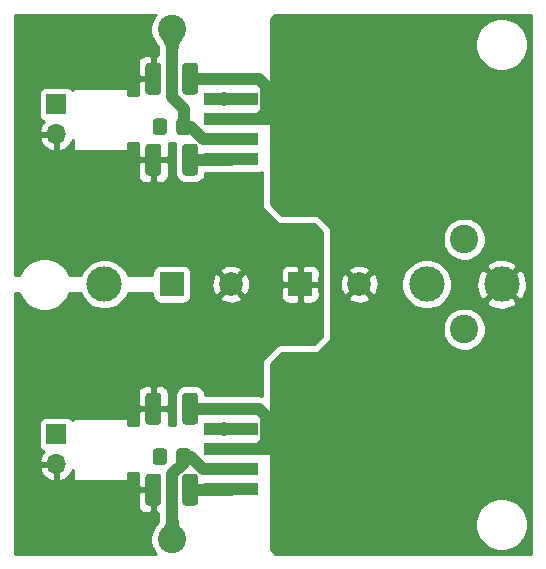
<source format=gbr>
%TF.GenerationSoftware,KiCad,Pcbnew,(5.1.7)-1*%
%TF.CreationDate,2021-01-12T16:04:49+01:00*%
%TF.ProjectId,TheDrut_2,54686544-7275-4745-9f32-2e6b69636164,rev?*%
%TF.SameCoordinates,Original*%
%TF.FileFunction,Copper,L1,Top*%
%TF.FilePolarity,Positive*%
%FSLAX46Y46*%
G04 Gerber Fmt 4.6, Leading zero omitted, Abs format (unit mm)*
G04 Created by KiCad (PCBNEW (5.1.7)-1) date 2021-01-12 16:04:49*
%MOMM*%
%LPD*%
G01*
G04 APERTURE LIST*
%TA.AperFunction,SMDPad,CuDef*%
%ADD10R,4.600000X1.100000*%
%TD*%
%TA.AperFunction,SMDPad,CuDef*%
%ADD11R,8.900000X15.500000*%
%TD*%
%TA.AperFunction,ComponentPad*%
%ADD12C,3.000000*%
%TD*%
%TA.AperFunction,ComponentPad*%
%ADD13R,2.000000X2.000000*%
%TD*%
%TA.AperFunction,ComponentPad*%
%ADD14C,2.000000*%
%TD*%
%TA.AperFunction,ComponentPad*%
%ADD15C,2.400000*%
%TD*%
%TA.AperFunction,ComponentPad*%
%ADD16O,1.700000X1.700000*%
%TD*%
%TA.AperFunction,ComponentPad*%
%ADD17R,1.700000X1.700000*%
%TD*%
%TA.AperFunction,ViaPad*%
%ADD18C,1.200000*%
%TD*%
%TA.AperFunction,ViaPad*%
%ADD19C,1.100000*%
%TD*%
%TA.AperFunction,Conductor*%
%ADD20C,1.000000*%
%TD*%
%TA.AperFunction,Conductor*%
%ADD21C,0.254000*%
%TD*%
%TA.AperFunction,Conductor*%
%ADD22C,0.100000*%
%TD*%
%TA.AperFunction,Conductor*%
%ADD23C,0.025400*%
%TD*%
G04 APERTURE END LIST*
%TA.AperFunction,SMDPad,CuDef*%
G36*
G01*
X94350000Y-63923997D02*
X94350000Y-66124003D01*
G75*
G02*
X94100003Y-66374000I-249997J0D01*
G01*
X93274997Y-66374000D01*
G75*
G02*
X93025000Y-66124003I0J249997D01*
G01*
X93025000Y-63923997D01*
G75*
G02*
X93274997Y-63674000I249997J0D01*
G01*
X94100003Y-63674000D01*
G75*
G02*
X94350000Y-63923997I0J-249997D01*
G01*
G37*
%TD.AperFunction*%
%TA.AperFunction,SMDPad,CuDef*%
G36*
G01*
X97475000Y-63923997D02*
X97475000Y-66124003D01*
G75*
G02*
X97225003Y-66374000I-249997J0D01*
G01*
X96399997Y-66374000D01*
G75*
G02*
X96150000Y-66124003I0J249997D01*
G01*
X96150000Y-63923997D01*
G75*
G02*
X96399997Y-63674000I249997J0D01*
G01*
X97225003Y-63674000D01*
G75*
G02*
X97475000Y-63923997I0J-249997D01*
G01*
G37*
%TD.AperFunction*%
D10*
X100270000Y-58195000D03*
X100270000Y-59895000D03*
X100270000Y-61595000D03*
X100270000Y-63295000D03*
X100270000Y-64995000D03*
D11*
X109620000Y-61595000D03*
D10*
X100270000Y-30255000D03*
X100270000Y-31955000D03*
X100270000Y-33655000D03*
X100270000Y-35355000D03*
X100270000Y-37055000D03*
D11*
X109620000Y-33655000D03*
D12*
X123190000Y-47625000D03*
X116840000Y-47625000D03*
X89535000Y-47625000D03*
D13*
X106125000Y-47625000D03*
D14*
X111125000Y-47625000D03*
D13*
X95250000Y-47625000D03*
D14*
X100250000Y-47625000D03*
%TA.AperFunction,SMDPad,CuDef*%
G36*
G01*
X95650000Y-62680001D02*
X95650000Y-61779999D01*
G75*
G02*
X95899999Y-61530000I249999J0D01*
G01*
X96600001Y-61530000D01*
G75*
G02*
X96850000Y-61779999I0J-249999D01*
G01*
X96850000Y-62680001D01*
G75*
G02*
X96600001Y-62930000I-249999J0D01*
G01*
X95899999Y-62930000D01*
G75*
G02*
X95650000Y-62680001I0J249999D01*
G01*
G37*
%TD.AperFunction*%
%TA.AperFunction,SMDPad,CuDef*%
G36*
G01*
X93650000Y-62680001D02*
X93650000Y-61779999D01*
G75*
G02*
X93899999Y-61530000I249999J0D01*
G01*
X94600001Y-61530000D01*
G75*
G02*
X94850000Y-61779999I0J-249999D01*
G01*
X94850000Y-62680001D01*
G75*
G02*
X94600001Y-62930000I-249999J0D01*
G01*
X93899999Y-62930000D01*
G75*
G02*
X93650000Y-62680001I0J249999D01*
G01*
G37*
%TD.AperFunction*%
%TA.AperFunction,SMDPad,CuDef*%
G36*
G01*
X95650000Y-34740001D02*
X95650000Y-33839999D01*
G75*
G02*
X95899999Y-33590000I249999J0D01*
G01*
X96600001Y-33590000D01*
G75*
G02*
X96850000Y-33839999I0J-249999D01*
G01*
X96850000Y-34740001D01*
G75*
G02*
X96600001Y-34990000I-249999J0D01*
G01*
X95899999Y-34990000D01*
G75*
G02*
X95650000Y-34740001I0J249999D01*
G01*
G37*
%TD.AperFunction*%
%TA.AperFunction,SMDPad,CuDef*%
G36*
G01*
X93650000Y-34740001D02*
X93650000Y-33839999D01*
G75*
G02*
X93899999Y-33590000I249999J0D01*
G01*
X94600001Y-33590000D01*
G75*
G02*
X94850000Y-33839999I0J-249999D01*
G01*
X94850000Y-34740001D01*
G75*
G02*
X94600001Y-34990000I-249999J0D01*
G01*
X93899999Y-34990000D01*
G75*
G02*
X93650000Y-34740001I0J249999D01*
G01*
G37*
%TD.AperFunction*%
D15*
X120015000Y-51435000D03*
X95250000Y-69215000D03*
D16*
X85471000Y-62865000D03*
D17*
X85471000Y-60325000D03*
D15*
X120015000Y-43815000D03*
X95250000Y-26035000D03*
D16*
X85471000Y-34925000D03*
D17*
X85471000Y-32385000D03*
%TA.AperFunction,SMDPad,CuDef*%
G36*
G01*
X96150000Y-59266003D02*
X96150000Y-57065997D01*
G75*
G02*
X96399997Y-56816000I249997J0D01*
G01*
X97225003Y-56816000D01*
G75*
G02*
X97475000Y-57065997I0J-249997D01*
G01*
X97475000Y-59266003D01*
G75*
G02*
X97225003Y-59516000I-249997J0D01*
G01*
X96399997Y-59516000D01*
G75*
G02*
X96150000Y-59266003I0J249997D01*
G01*
G37*
%TD.AperFunction*%
%TA.AperFunction,SMDPad,CuDef*%
G36*
G01*
X93025000Y-59266003D02*
X93025000Y-57065997D01*
G75*
G02*
X93274997Y-56816000I249997J0D01*
G01*
X94100003Y-56816000D01*
G75*
G02*
X94350000Y-57065997I0J-249997D01*
G01*
X94350000Y-59266003D01*
G75*
G02*
X94100003Y-59516000I-249997J0D01*
G01*
X93274997Y-59516000D01*
G75*
G02*
X93025000Y-59266003I0J249997D01*
G01*
G37*
%TD.AperFunction*%
%TA.AperFunction,SMDPad,CuDef*%
G36*
G01*
X96150000Y-31326003D02*
X96150000Y-29125997D01*
G75*
G02*
X96399997Y-28876000I249997J0D01*
G01*
X97225003Y-28876000D01*
G75*
G02*
X97475000Y-29125997I0J-249997D01*
G01*
X97475000Y-31326003D01*
G75*
G02*
X97225003Y-31576000I-249997J0D01*
G01*
X96399997Y-31576000D01*
G75*
G02*
X96150000Y-31326003I0J249997D01*
G01*
G37*
%TD.AperFunction*%
%TA.AperFunction,SMDPad,CuDef*%
G36*
G01*
X93025000Y-31326003D02*
X93025000Y-29125997D01*
G75*
G02*
X93274997Y-28876000I249997J0D01*
G01*
X94100003Y-28876000D01*
G75*
G02*
X94350000Y-29125997I0J-249997D01*
G01*
X94350000Y-31326003D01*
G75*
G02*
X94100003Y-31576000I-249997J0D01*
G01*
X93274997Y-31576000D01*
G75*
G02*
X93025000Y-31326003I0J249997D01*
G01*
G37*
%TD.AperFunction*%
%TA.AperFunction,SMDPad,CuDef*%
G36*
G01*
X94350000Y-35983997D02*
X94350000Y-38184003D01*
G75*
G02*
X94100003Y-38434000I-249997J0D01*
G01*
X93274997Y-38434000D01*
G75*
G02*
X93025000Y-38184003I0J249997D01*
G01*
X93025000Y-35983997D01*
G75*
G02*
X93274997Y-35734000I249997J0D01*
G01*
X94100003Y-35734000D01*
G75*
G02*
X94350000Y-35983997I0J-249997D01*
G01*
G37*
%TD.AperFunction*%
%TA.AperFunction,SMDPad,CuDef*%
G36*
G01*
X97475000Y-35983997D02*
X97475000Y-38184003D01*
G75*
G02*
X97225003Y-38434000I-249997J0D01*
G01*
X96399997Y-38434000D01*
G75*
G02*
X96150000Y-38184003I0J249997D01*
G01*
X96150000Y-35983997D01*
G75*
G02*
X96399997Y-35734000I249997J0D01*
G01*
X97225003Y-35734000D01*
G75*
G02*
X97475000Y-35983997I0J-249997D01*
G01*
G37*
%TD.AperFunction*%
D18*
X96812500Y-37592000D03*
D19*
X100270000Y-37055000D03*
D18*
X96812500Y-65532000D03*
D19*
X100270000Y-64995000D03*
X99070000Y-37055000D03*
X101470000Y-37055000D03*
X99070000Y-64995000D03*
X101470000Y-64995000D03*
D18*
X93687500Y-29718000D03*
X93687500Y-37592000D03*
X93687500Y-57658000D03*
X93687500Y-65532000D03*
X96812500Y-29718000D03*
X96812500Y-57658000D03*
X94250000Y-34290000D03*
X99635000Y-31955000D03*
X94250000Y-62230000D03*
X99635000Y-59895000D03*
D20*
X100241000Y-37084000D02*
X100270000Y-37055000D01*
X96812500Y-37084000D02*
X98679000Y-37084000D01*
X98679000Y-37084000D02*
X100241000Y-37084000D01*
X100241000Y-65024000D02*
X100270000Y-64995000D01*
X96812500Y-65024000D02*
X98679000Y-65024000D01*
X98679000Y-65024000D02*
X100241000Y-65024000D01*
X100241000Y-30226000D02*
X100270000Y-30255000D01*
X96812500Y-30226000D02*
X100241000Y-30226000D01*
X102680002Y-33655000D02*
X100270000Y-33655000D01*
X103270001Y-33065001D02*
X102680002Y-33655000D01*
X103270001Y-30844999D02*
X103270001Y-33065001D01*
X102680002Y-30255000D02*
X103270001Y-30844999D01*
X100270000Y-30255000D02*
X102680002Y-30255000D01*
X100241000Y-58166000D02*
X100270000Y-58195000D01*
X96812500Y-58166000D02*
X100241000Y-58166000D01*
X102680002Y-61595000D02*
X100270000Y-61595000D01*
X103270001Y-61005001D02*
X102680002Y-61595000D01*
X103270001Y-58784999D02*
X103270001Y-61005001D01*
X102680002Y-58195000D02*
X103270001Y-58784999D01*
X100270000Y-58195000D02*
X102680002Y-58195000D01*
X109620000Y-61595000D02*
X100270000Y-61595000D01*
X109620000Y-33655000D02*
X100270000Y-33655000D01*
X97939520Y-35355000D02*
X96874520Y-34290000D01*
X96874520Y-34290000D02*
X96250000Y-34290000D01*
X100270000Y-35355000D02*
X97939520Y-35355000D01*
X96250000Y-34433520D02*
X96250000Y-34290000D01*
X95250000Y-31750000D02*
X95250000Y-26035000D01*
X96250000Y-32750000D02*
X95250000Y-31750000D01*
X96250000Y-34290000D02*
X96250000Y-32750000D01*
X97939520Y-63295000D02*
X96874520Y-62230000D01*
X96874520Y-62230000D02*
X96250000Y-62230000D01*
X100270000Y-63295000D02*
X97939520Y-63295000D01*
X95250000Y-63730480D02*
X95250000Y-69215000D01*
X96250000Y-62730480D02*
X95250000Y-63730480D01*
X96250000Y-62230000D02*
X96250000Y-62730480D01*
D21*
X125705001Y-70460000D02*
X104024606Y-70460000D01*
X103632000Y-70067394D01*
X103632000Y-67724872D01*
X120955000Y-67724872D01*
X120955000Y-68165128D01*
X121040890Y-68596925D01*
X121209369Y-69003669D01*
X121453962Y-69369729D01*
X121765271Y-69681038D01*
X122131331Y-69925631D01*
X122538075Y-70094110D01*
X122969872Y-70180000D01*
X123410128Y-70180000D01*
X123841925Y-70094110D01*
X124248669Y-69925631D01*
X124614729Y-69681038D01*
X124926038Y-69369729D01*
X125170631Y-69003669D01*
X125339110Y-68596925D01*
X125425000Y-68165128D01*
X125425000Y-67724872D01*
X125339110Y-67293075D01*
X125170631Y-66886331D01*
X124926038Y-66520271D01*
X124614729Y-66208962D01*
X124248669Y-65964369D01*
X123841925Y-65795890D01*
X123410128Y-65710000D01*
X122969872Y-65710000D01*
X122538075Y-65795890D01*
X122131331Y-65964369D01*
X121765271Y-66208962D01*
X121453962Y-66520271D01*
X121209369Y-66886331D01*
X121040890Y-67293075D01*
X120955000Y-67724872D01*
X103632000Y-67724872D01*
X103632000Y-54392606D01*
X104557606Y-53467000D01*
X107585000Y-53467000D01*
X107609776Y-53464560D01*
X107633601Y-53457333D01*
X107655557Y-53445597D01*
X107674803Y-53429803D01*
X108674803Y-52429803D01*
X108690597Y-52410557D01*
X108702333Y-52388601D01*
X108709560Y-52364776D01*
X108712000Y-52340000D01*
X108712000Y-51254268D01*
X118180000Y-51254268D01*
X118180000Y-51615732D01*
X118250518Y-51970250D01*
X118388844Y-52304199D01*
X118589662Y-52604744D01*
X118845256Y-52860338D01*
X119145801Y-53061156D01*
X119479750Y-53199482D01*
X119834268Y-53270000D01*
X120195732Y-53270000D01*
X120550250Y-53199482D01*
X120884199Y-53061156D01*
X121184744Y-52860338D01*
X121440338Y-52604744D01*
X121641156Y-52304199D01*
X121779482Y-51970250D01*
X121850000Y-51615732D01*
X121850000Y-51254268D01*
X121779482Y-50899750D01*
X121641156Y-50565801D01*
X121440338Y-50265256D01*
X121184744Y-50009662D01*
X120884199Y-49808844D01*
X120550250Y-49670518D01*
X120195732Y-49600000D01*
X119834268Y-49600000D01*
X119479750Y-49670518D01*
X119145801Y-49808844D01*
X118845256Y-50009662D01*
X118589662Y-50265256D01*
X118388844Y-50565801D01*
X118250518Y-50899750D01*
X118180000Y-51254268D01*
X108712000Y-51254268D01*
X108712000Y-48760413D01*
X110169192Y-48760413D01*
X110264956Y-49024814D01*
X110554571Y-49165704D01*
X110866108Y-49247384D01*
X111187595Y-49266718D01*
X111506675Y-49222961D01*
X111811088Y-49117795D01*
X111985044Y-49024814D01*
X112080808Y-48760413D01*
X111125000Y-47804605D01*
X110169192Y-48760413D01*
X108712000Y-48760413D01*
X108712000Y-47687595D01*
X109483282Y-47687595D01*
X109527039Y-48006675D01*
X109632205Y-48311088D01*
X109725186Y-48485044D01*
X109989587Y-48580808D01*
X110945395Y-47625000D01*
X111304605Y-47625000D01*
X112260413Y-48580808D01*
X112524814Y-48485044D01*
X112665704Y-48195429D01*
X112747384Y-47883892D01*
X112766718Y-47562405D01*
X112746466Y-47414721D01*
X114705000Y-47414721D01*
X114705000Y-47835279D01*
X114787047Y-48247756D01*
X114947988Y-48636302D01*
X115181637Y-48985983D01*
X115479017Y-49283363D01*
X115828698Y-49517012D01*
X116217244Y-49677953D01*
X116629721Y-49760000D01*
X117050279Y-49760000D01*
X117462756Y-49677953D01*
X117851302Y-49517012D01*
X118200983Y-49283363D01*
X118367693Y-49116653D01*
X121877952Y-49116653D01*
X122033962Y-49432214D01*
X122408745Y-49623020D01*
X122813551Y-49737044D01*
X123232824Y-49769902D01*
X123650451Y-49720334D01*
X124050383Y-49590243D01*
X124346038Y-49432214D01*
X124502048Y-49116653D01*
X123190000Y-47804605D01*
X121877952Y-49116653D01*
X118367693Y-49116653D01*
X118498363Y-48985983D01*
X118732012Y-48636302D01*
X118892953Y-48247756D01*
X118975000Y-47835279D01*
X118975000Y-47667824D01*
X121045098Y-47667824D01*
X121094666Y-48085451D01*
X121224757Y-48485383D01*
X121382786Y-48781038D01*
X121698347Y-48937048D01*
X123010395Y-47625000D01*
X123369605Y-47625000D01*
X124681653Y-48937048D01*
X124997214Y-48781038D01*
X125188020Y-48406255D01*
X125302044Y-48001449D01*
X125334902Y-47582176D01*
X125285334Y-47164549D01*
X125155243Y-46764617D01*
X124997214Y-46468962D01*
X124681653Y-46312952D01*
X123369605Y-47625000D01*
X123010395Y-47625000D01*
X121698347Y-46312952D01*
X121382786Y-46468962D01*
X121191980Y-46843745D01*
X121077956Y-47248551D01*
X121045098Y-47667824D01*
X118975000Y-47667824D01*
X118975000Y-47414721D01*
X118892953Y-47002244D01*
X118732012Y-46613698D01*
X118498363Y-46264017D01*
X118367693Y-46133347D01*
X121877952Y-46133347D01*
X123190000Y-47445395D01*
X124502048Y-46133347D01*
X124346038Y-45817786D01*
X123971255Y-45626980D01*
X123566449Y-45512956D01*
X123147176Y-45480098D01*
X122729549Y-45529666D01*
X122329617Y-45659757D01*
X122033962Y-45817786D01*
X121877952Y-46133347D01*
X118367693Y-46133347D01*
X118200983Y-45966637D01*
X117851302Y-45732988D01*
X117462756Y-45572047D01*
X117050279Y-45490000D01*
X116629721Y-45490000D01*
X116217244Y-45572047D01*
X115828698Y-45732988D01*
X115479017Y-45966637D01*
X115181637Y-46264017D01*
X114947988Y-46613698D01*
X114787047Y-47002244D01*
X114705000Y-47414721D01*
X112746466Y-47414721D01*
X112722961Y-47243325D01*
X112617795Y-46938912D01*
X112524814Y-46764956D01*
X112260413Y-46669192D01*
X111304605Y-47625000D01*
X110945395Y-47625000D01*
X109989587Y-46669192D01*
X109725186Y-46764956D01*
X109584296Y-47054571D01*
X109502616Y-47366108D01*
X109483282Y-47687595D01*
X108712000Y-47687595D01*
X108712000Y-46489587D01*
X110169192Y-46489587D01*
X111125000Y-47445395D01*
X112080808Y-46489587D01*
X111985044Y-46225186D01*
X111695429Y-46084296D01*
X111383892Y-46002616D01*
X111062405Y-45983282D01*
X110743325Y-46027039D01*
X110438912Y-46132205D01*
X110264956Y-46225186D01*
X110169192Y-46489587D01*
X108712000Y-46489587D01*
X108712000Y-43634268D01*
X118180000Y-43634268D01*
X118180000Y-43995732D01*
X118250518Y-44350250D01*
X118388844Y-44684199D01*
X118589662Y-44984744D01*
X118845256Y-45240338D01*
X119145801Y-45441156D01*
X119479750Y-45579482D01*
X119834268Y-45650000D01*
X120195732Y-45650000D01*
X120550250Y-45579482D01*
X120884199Y-45441156D01*
X121184744Y-45240338D01*
X121440338Y-44984744D01*
X121641156Y-44684199D01*
X121779482Y-44350250D01*
X121850000Y-43995732D01*
X121850000Y-43634268D01*
X121779482Y-43279750D01*
X121641156Y-42945801D01*
X121440338Y-42645256D01*
X121184744Y-42389662D01*
X120884199Y-42188844D01*
X120550250Y-42050518D01*
X120195732Y-41980000D01*
X119834268Y-41980000D01*
X119479750Y-42050518D01*
X119145801Y-42188844D01*
X118845256Y-42389662D01*
X118589662Y-42645256D01*
X118388844Y-42945801D01*
X118250518Y-43279750D01*
X118180000Y-43634268D01*
X108712000Y-43634268D01*
X108712000Y-42910000D01*
X108709560Y-42885224D01*
X108702333Y-42861399D01*
X108690597Y-42839443D01*
X108674803Y-42820197D01*
X107674803Y-41820197D01*
X107655557Y-41804403D01*
X107633601Y-41792667D01*
X107609776Y-41785440D01*
X107585000Y-41783000D01*
X104557606Y-41783000D01*
X103632000Y-40857394D01*
X103632000Y-27084872D01*
X120955000Y-27084872D01*
X120955000Y-27525128D01*
X121040890Y-27956925D01*
X121209369Y-28363669D01*
X121453962Y-28729729D01*
X121765271Y-29041038D01*
X122131331Y-29285631D01*
X122538075Y-29454110D01*
X122969872Y-29540000D01*
X123410128Y-29540000D01*
X123841925Y-29454110D01*
X124248669Y-29285631D01*
X124614729Y-29041038D01*
X124926038Y-28729729D01*
X125170631Y-28363669D01*
X125339110Y-27956925D01*
X125425000Y-27525128D01*
X125425000Y-27084872D01*
X125339110Y-26653075D01*
X125170631Y-26246331D01*
X124926038Y-25880271D01*
X124614729Y-25568962D01*
X124248669Y-25324369D01*
X123841925Y-25155890D01*
X123410128Y-25070000D01*
X122969872Y-25070000D01*
X122538075Y-25155890D01*
X122131331Y-25324369D01*
X121765271Y-25568962D01*
X121453962Y-25880271D01*
X121209369Y-26246331D01*
X121040890Y-26653075D01*
X120955000Y-27084872D01*
X103632000Y-27084872D01*
X103632000Y-25182606D01*
X104024606Y-24790000D01*
X125705000Y-24790000D01*
X125705001Y-70460000D01*
%TA.AperFunction,Conductor*%
D22*
G36*
X125705001Y-70460000D02*
G01*
X104024606Y-70460000D01*
X103632000Y-70067394D01*
X103632000Y-67724872D01*
X120955000Y-67724872D01*
X120955000Y-68165128D01*
X121040890Y-68596925D01*
X121209369Y-69003669D01*
X121453962Y-69369729D01*
X121765271Y-69681038D01*
X122131331Y-69925631D01*
X122538075Y-70094110D01*
X122969872Y-70180000D01*
X123410128Y-70180000D01*
X123841925Y-70094110D01*
X124248669Y-69925631D01*
X124614729Y-69681038D01*
X124926038Y-69369729D01*
X125170631Y-69003669D01*
X125339110Y-68596925D01*
X125425000Y-68165128D01*
X125425000Y-67724872D01*
X125339110Y-67293075D01*
X125170631Y-66886331D01*
X124926038Y-66520271D01*
X124614729Y-66208962D01*
X124248669Y-65964369D01*
X123841925Y-65795890D01*
X123410128Y-65710000D01*
X122969872Y-65710000D01*
X122538075Y-65795890D01*
X122131331Y-65964369D01*
X121765271Y-66208962D01*
X121453962Y-66520271D01*
X121209369Y-66886331D01*
X121040890Y-67293075D01*
X120955000Y-67724872D01*
X103632000Y-67724872D01*
X103632000Y-54392606D01*
X104557606Y-53467000D01*
X107585000Y-53467000D01*
X107609776Y-53464560D01*
X107633601Y-53457333D01*
X107655557Y-53445597D01*
X107674803Y-53429803D01*
X108674803Y-52429803D01*
X108690597Y-52410557D01*
X108702333Y-52388601D01*
X108709560Y-52364776D01*
X108712000Y-52340000D01*
X108712000Y-51254268D01*
X118180000Y-51254268D01*
X118180000Y-51615732D01*
X118250518Y-51970250D01*
X118388844Y-52304199D01*
X118589662Y-52604744D01*
X118845256Y-52860338D01*
X119145801Y-53061156D01*
X119479750Y-53199482D01*
X119834268Y-53270000D01*
X120195732Y-53270000D01*
X120550250Y-53199482D01*
X120884199Y-53061156D01*
X121184744Y-52860338D01*
X121440338Y-52604744D01*
X121641156Y-52304199D01*
X121779482Y-51970250D01*
X121850000Y-51615732D01*
X121850000Y-51254268D01*
X121779482Y-50899750D01*
X121641156Y-50565801D01*
X121440338Y-50265256D01*
X121184744Y-50009662D01*
X120884199Y-49808844D01*
X120550250Y-49670518D01*
X120195732Y-49600000D01*
X119834268Y-49600000D01*
X119479750Y-49670518D01*
X119145801Y-49808844D01*
X118845256Y-50009662D01*
X118589662Y-50265256D01*
X118388844Y-50565801D01*
X118250518Y-50899750D01*
X118180000Y-51254268D01*
X108712000Y-51254268D01*
X108712000Y-48760413D01*
X110169192Y-48760413D01*
X110264956Y-49024814D01*
X110554571Y-49165704D01*
X110866108Y-49247384D01*
X111187595Y-49266718D01*
X111506675Y-49222961D01*
X111811088Y-49117795D01*
X111985044Y-49024814D01*
X112080808Y-48760413D01*
X111125000Y-47804605D01*
X110169192Y-48760413D01*
X108712000Y-48760413D01*
X108712000Y-47687595D01*
X109483282Y-47687595D01*
X109527039Y-48006675D01*
X109632205Y-48311088D01*
X109725186Y-48485044D01*
X109989587Y-48580808D01*
X110945395Y-47625000D01*
X111304605Y-47625000D01*
X112260413Y-48580808D01*
X112524814Y-48485044D01*
X112665704Y-48195429D01*
X112747384Y-47883892D01*
X112766718Y-47562405D01*
X112746466Y-47414721D01*
X114705000Y-47414721D01*
X114705000Y-47835279D01*
X114787047Y-48247756D01*
X114947988Y-48636302D01*
X115181637Y-48985983D01*
X115479017Y-49283363D01*
X115828698Y-49517012D01*
X116217244Y-49677953D01*
X116629721Y-49760000D01*
X117050279Y-49760000D01*
X117462756Y-49677953D01*
X117851302Y-49517012D01*
X118200983Y-49283363D01*
X118367693Y-49116653D01*
X121877952Y-49116653D01*
X122033962Y-49432214D01*
X122408745Y-49623020D01*
X122813551Y-49737044D01*
X123232824Y-49769902D01*
X123650451Y-49720334D01*
X124050383Y-49590243D01*
X124346038Y-49432214D01*
X124502048Y-49116653D01*
X123190000Y-47804605D01*
X121877952Y-49116653D01*
X118367693Y-49116653D01*
X118498363Y-48985983D01*
X118732012Y-48636302D01*
X118892953Y-48247756D01*
X118975000Y-47835279D01*
X118975000Y-47667824D01*
X121045098Y-47667824D01*
X121094666Y-48085451D01*
X121224757Y-48485383D01*
X121382786Y-48781038D01*
X121698347Y-48937048D01*
X123010395Y-47625000D01*
X123369605Y-47625000D01*
X124681653Y-48937048D01*
X124997214Y-48781038D01*
X125188020Y-48406255D01*
X125302044Y-48001449D01*
X125334902Y-47582176D01*
X125285334Y-47164549D01*
X125155243Y-46764617D01*
X124997214Y-46468962D01*
X124681653Y-46312952D01*
X123369605Y-47625000D01*
X123010395Y-47625000D01*
X121698347Y-46312952D01*
X121382786Y-46468962D01*
X121191980Y-46843745D01*
X121077956Y-47248551D01*
X121045098Y-47667824D01*
X118975000Y-47667824D01*
X118975000Y-47414721D01*
X118892953Y-47002244D01*
X118732012Y-46613698D01*
X118498363Y-46264017D01*
X118367693Y-46133347D01*
X121877952Y-46133347D01*
X123190000Y-47445395D01*
X124502048Y-46133347D01*
X124346038Y-45817786D01*
X123971255Y-45626980D01*
X123566449Y-45512956D01*
X123147176Y-45480098D01*
X122729549Y-45529666D01*
X122329617Y-45659757D01*
X122033962Y-45817786D01*
X121877952Y-46133347D01*
X118367693Y-46133347D01*
X118200983Y-45966637D01*
X117851302Y-45732988D01*
X117462756Y-45572047D01*
X117050279Y-45490000D01*
X116629721Y-45490000D01*
X116217244Y-45572047D01*
X115828698Y-45732988D01*
X115479017Y-45966637D01*
X115181637Y-46264017D01*
X114947988Y-46613698D01*
X114787047Y-47002244D01*
X114705000Y-47414721D01*
X112746466Y-47414721D01*
X112722961Y-47243325D01*
X112617795Y-46938912D01*
X112524814Y-46764956D01*
X112260413Y-46669192D01*
X111304605Y-47625000D01*
X110945395Y-47625000D01*
X109989587Y-46669192D01*
X109725186Y-46764956D01*
X109584296Y-47054571D01*
X109502616Y-47366108D01*
X109483282Y-47687595D01*
X108712000Y-47687595D01*
X108712000Y-46489587D01*
X110169192Y-46489587D01*
X111125000Y-47445395D01*
X112080808Y-46489587D01*
X111985044Y-46225186D01*
X111695429Y-46084296D01*
X111383892Y-46002616D01*
X111062405Y-45983282D01*
X110743325Y-46027039D01*
X110438912Y-46132205D01*
X110264956Y-46225186D01*
X110169192Y-46489587D01*
X108712000Y-46489587D01*
X108712000Y-43634268D01*
X118180000Y-43634268D01*
X118180000Y-43995732D01*
X118250518Y-44350250D01*
X118388844Y-44684199D01*
X118589662Y-44984744D01*
X118845256Y-45240338D01*
X119145801Y-45441156D01*
X119479750Y-45579482D01*
X119834268Y-45650000D01*
X120195732Y-45650000D01*
X120550250Y-45579482D01*
X120884199Y-45441156D01*
X121184744Y-45240338D01*
X121440338Y-44984744D01*
X121641156Y-44684199D01*
X121779482Y-44350250D01*
X121850000Y-43995732D01*
X121850000Y-43634268D01*
X121779482Y-43279750D01*
X121641156Y-42945801D01*
X121440338Y-42645256D01*
X121184744Y-42389662D01*
X120884199Y-42188844D01*
X120550250Y-42050518D01*
X120195732Y-41980000D01*
X119834268Y-41980000D01*
X119479750Y-42050518D01*
X119145801Y-42188844D01*
X118845256Y-42389662D01*
X118589662Y-42645256D01*
X118388844Y-42945801D01*
X118250518Y-43279750D01*
X118180000Y-43634268D01*
X108712000Y-43634268D01*
X108712000Y-42910000D01*
X108709560Y-42885224D01*
X108702333Y-42861399D01*
X108690597Y-42839443D01*
X108674803Y-42820197D01*
X107674803Y-41820197D01*
X107655557Y-41804403D01*
X107633601Y-41792667D01*
X107609776Y-41785440D01*
X107585000Y-41783000D01*
X104557606Y-41783000D01*
X103632000Y-40857394D01*
X103632000Y-27084872D01*
X120955000Y-27084872D01*
X120955000Y-27525128D01*
X121040890Y-27956925D01*
X121209369Y-28363669D01*
X121453962Y-28729729D01*
X121765271Y-29041038D01*
X122131331Y-29285631D01*
X122538075Y-29454110D01*
X122969872Y-29540000D01*
X123410128Y-29540000D01*
X123841925Y-29454110D01*
X124248669Y-29285631D01*
X124614729Y-29041038D01*
X124926038Y-28729729D01*
X125170631Y-28363669D01*
X125339110Y-27956925D01*
X125425000Y-27525128D01*
X125425000Y-27084872D01*
X125339110Y-26653075D01*
X125170631Y-26246331D01*
X124926038Y-25880271D01*
X124614729Y-25568962D01*
X124248669Y-25324369D01*
X123841925Y-25155890D01*
X123410128Y-25070000D01*
X122969872Y-25070000D01*
X122538075Y-25155890D01*
X122131331Y-25324369D01*
X121765271Y-25568962D01*
X121453962Y-25880271D01*
X121209369Y-26246331D01*
X121040890Y-26653075D01*
X120955000Y-27084872D01*
X103632000Y-27084872D01*
X103632000Y-25182606D01*
X104024606Y-24790000D01*
X125705000Y-24790000D01*
X125705001Y-70460000D01*
G37*
%TD.AperFunction*%
D21*
X93824662Y-24865256D02*
X93623844Y-25165801D01*
X93485518Y-25499750D01*
X93415000Y-25854268D01*
X93415000Y-26215732D01*
X93485518Y-26570250D01*
X93623844Y-26904199D01*
X93824662Y-27204744D01*
X93956189Y-27336271D01*
X93996059Y-27378435D01*
X94021918Y-27410489D01*
X94043446Y-27442137D01*
X94061458Y-27474047D01*
X94076598Y-27507094D01*
X94089298Y-27542355D01*
X94099685Y-27580886D01*
X94107627Y-27623689D01*
X94112776Y-27671615D01*
X94115001Y-27735930D01*
X94115001Y-28239844D01*
X93973250Y-28241000D01*
X93814500Y-28399750D01*
X93814500Y-30099000D01*
X93834500Y-30099000D01*
X93834500Y-30353000D01*
X93814500Y-30353000D01*
X93814500Y-30373000D01*
X93560500Y-30373000D01*
X93560500Y-30353000D01*
X92548750Y-30353000D01*
X92390000Y-30511750D01*
X92386928Y-31576000D01*
X92391557Y-31623000D01*
X91567000Y-31623000D01*
X91567000Y-31115000D01*
X91564560Y-31090224D01*
X91557333Y-31066399D01*
X91545597Y-31044443D01*
X91529803Y-31025197D01*
X91510557Y-31009403D01*
X91488601Y-30997667D01*
X91464776Y-30990440D01*
X91440000Y-30988000D01*
X86995000Y-30988000D01*
X86970224Y-30990440D01*
X86946399Y-30997667D01*
X86924443Y-31009403D01*
X86905197Y-31025197D01*
X86889403Y-31044443D01*
X86877667Y-31066399D01*
X86870440Y-31090224D01*
X86868000Y-31115000D01*
X86868000Y-31211306D01*
X86851537Y-31180506D01*
X86772185Y-31083815D01*
X86675494Y-31004463D01*
X86565180Y-30945498D01*
X86445482Y-30909188D01*
X86321000Y-30896928D01*
X84621000Y-30896928D01*
X84496518Y-30909188D01*
X84376820Y-30945498D01*
X84266506Y-31004463D01*
X84169815Y-31083815D01*
X84090463Y-31180506D01*
X84031498Y-31290820D01*
X83995188Y-31410518D01*
X83982928Y-31535000D01*
X83982928Y-33235000D01*
X83995188Y-33359482D01*
X84031498Y-33479180D01*
X84090463Y-33589494D01*
X84169815Y-33686185D01*
X84266506Y-33765537D01*
X84376820Y-33824502D01*
X84457466Y-33848966D01*
X84373412Y-33924731D01*
X84199359Y-34158080D01*
X84074175Y-34420901D01*
X84029524Y-34568110D01*
X84150845Y-34798000D01*
X85344000Y-34798000D01*
X85344000Y-34778000D01*
X85598000Y-34778000D01*
X85598000Y-34798000D01*
X85618000Y-34798000D01*
X85618000Y-35052000D01*
X85598000Y-35052000D01*
X85598000Y-36245814D01*
X85827891Y-36366481D01*
X86102252Y-36269157D01*
X86352355Y-36120178D01*
X86568588Y-35925269D01*
X86742641Y-35691920D01*
X86867825Y-35429099D01*
X86868000Y-35428522D01*
X86868000Y-36195000D01*
X86870440Y-36219776D01*
X86877667Y-36243601D01*
X86889403Y-36265557D01*
X86905197Y-36284803D01*
X86924443Y-36300597D01*
X86946399Y-36312333D01*
X86970224Y-36319560D01*
X86995000Y-36322000D01*
X91440000Y-36322000D01*
X91464776Y-36319560D01*
X91488601Y-36312333D01*
X91510557Y-36300597D01*
X91529803Y-36284803D01*
X91545597Y-36265557D01*
X91557333Y-36243601D01*
X91564560Y-36219776D01*
X91567000Y-36195000D01*
X91567000Y-35687000D01*
X92391557Y-35687000D01*
X92386928Y-35734000D01*
X92390000Y-36798250D01*
X92548750Y-36957000D01*
X93560500Y-36957000D01*
X93560500Y-36937000D01*
X93814500Y-36937000D01*
X93814500Y-36957000D01*
X94826250Y-36957000D01*
X94985000Y-36798250D01*
X94988072Y-35734000D01*
X94983443Y-35687000D01*
X95566529Y-35687000D01*
X95528992Y-35810743D01*
X95511928Y-35983997D01*
X95511928Y-38184003D01*
X95528992Y-38357257D01*
X95579528Y-38523852D01*
X95661595Y-38677388D01*
X95772037Y-38811963D01*
X95906612Y-38922405D01*
X96060148Y-39004472D01*
X96226743Y-39055008D01*
X96399997Y-39072072D01*
X97225003Y-39072072D01*
X97398257Y-39055008D01*
X97564852Y-39004472D01*
X97718388Y-38922405D01*
X97852963Y-38811963D01*
X97963405Y-38677388D01*
X98045472Y-38523852D01*
X98096008Y-38357257D01*
X98107254Y-38243072D01*
X102570000Y-38243072D01*
X102694482Y-38230812D01*
X102814180Y-38194502D01*
X102870000Y-38164665D01*
X102870000Y-40910000D01*
X102882201Y-41033882D01*
X102918336Y-41153004D01*
X102977017Y-41262787D01*
X103055987Y-41359013D01*
X104055987Y-42359013D01*
X104152213Y-42437983D01*
X104261996Y-42496664D01*
X104381118Y-42532799D01*
X104505000Y-42545000D01*
X107321974Y-42545000D01*
X107950000Y-43173026D01*
X107950000Y-52076974D01*
X107321974Y-52705000D01*
X104505000Y-52705000D01*
X104381118Y-52717201D01*
X104261996Y-52753336D01*
X104152213Y-52812017D01*
X104055987Y-52890987D01*
X103055987Y-53890987D01*
X102977017Y-53987213D01*
X102918336Y-54096996D01*
X102882201Y-54216118D01*
X102870000Y-54340000D01*
X102870000Y-57073222D01*
X102842220Y-57070486D01*
X102814180Y-57055498D01*
X102694482Y-57019188D01*
X102570000Y-57006928D01*
X98107254Y-57006928D01*
X98096008Y-56892743D01*
X98045472Y-56726148D01*
X97963405Y-56572612D01*
X97852963Y-56438037D01*
X97718388Y-56327595D01*
X97564852Y-56245528D01*
X97398257Y-56194992D01*
X97225003Y-56177928D01*
X96399997Y-56177928D01*
X96226743Y-56194992D01*
X96060148Y-56245528D01*
X95906612Y-56327595D01*
X95772037Y-56438037D01*
X95661595Y-56572612D01*
X95579528Y-56726148D01*
X95528992Y-56892743D01*
X95511928Y-57065997D01*
X95511928Y-59266003D01*
X95528992Y-59439257D01*
X95566529Y-59563000D01*
X94983443Y-59563000D01*
X94988072Y-59516000D01*
X94985000Y-58451750D01*
X94826250Y-58293000D01*
X93814500Y-58293000D01*
X93814500Y-58313000D01*
X93560500Y-58313000D01*
X93560500Y-58293000D01*
X92548750Y-58293000D01*
X92390000Y-58451750D01*
X92386928Y-59516000D01*
X92391557Y-59563000D01*
X91567000Y-59563000D01*
X91567000Y-59055000D01*
X91564560Y-59030224D01*
X91557333Y-59006399D01*
X91545597Y-58984443D01*
X91529803Y-58965197D01*
X91510557Y-58949403D01*
X91488601Y-58937667D01*
X91464776Y-58930440D01*
X91440000Y-58928000D01*
X86995000Y-58928000D01*
X86970224Y-58930440D01*
X86946399Y-58937667D01*
X86924443Y-58949403D01*
X86905197Y-58965197D01*
X86889403Y-58984443D01*
X86877667Y-59006399D01*
X86870440Y-59030224D01*
X86868000Y-59055000D01*
X86868000Y-59151306D01*
X86851537Y-59120506D01*
X86772185Y-59023815D01*
X86675494Y-58944463D01*
X86565180Y-58885498D01*
X86445482Y-58849188D01*
X86321000Y-58836928D01*
X84621000Y-58836928D01*
X84496518Y-58849188D01*
X84376820Y-58885498D01*
X84266506Y-58944463D01*
X84169815Y-59023815D01*
X84090463Y-59120506D01*
X84031498Y-59230820D01*
X83995188Y-59350518D01*
X83982928Y-59475000D01*
X83982928Y-61175000D01*
X83995188Y-61299482D01*
X84031498Y-61419180D01*
X84090463Y-61529494D01*
X84169815Y-61626185D01*
X84266506Y-61705537D01*
X84376820Y-61764502D01*
X84457466Y-61788966D01*
X84373412Y-61864731D01*
X84199359Y-62098080D01*
X84074175Y-62360901D01*
X84029524Y-62508110D01*
X84150845Y-62738000D01*
X85344000Y-62738000D01*
X85344000Y-62718000D01*
X85598000Y-62718000D01*
X85598000Y-62738000D01*
X85618000Y-62738000D01*
X85618000Y-62992000D01*
X85598000Y-62992000D01*
X85598000Y-64185814D01*
X85827891Y-64306481D01*
X86102252Y-64209157D01*
X86352355Y-64060178D01*
X86568588Y-63865269D01*
X86742641Y-63631920D01*
X86867825Y-63369099D01*
X86868000Y-63368522D01*
X86868000Y-64135000D01*
X86870440Y-64159776D01*
X86877667Y-64183601D01*
X86889403Y-64205557D01*
X86905197Y-64224803D01*
X86924443Y-64240597D01*
X86946399Y-64252333D01*
X86970224Y-64259560D01*
X86995000Y-64262000D01*
X91440000Y-64262000D01*
X91464776Y-64259560D01*
X91488601Y-64252333D01*
X91510557Y-64240597D01*
X91529803Y-64224803D01*
X91545597Y-64205557D01*
X91557333Y-64183601D01*
X91564560Y-64159776D01*
X91567000Y-64135000D01*
X91567000Y-63627000D01*
X92391557Y-63627000D01*
X92386928Y-63674000D01*
X92390000Y-64738250D01*
X92548750Y-64897000D01*
X93560500Y-64897000D01*
X93560500Y-64877000D01*
X93814500Y-64877000D01*
X93814500Y-64897000D01*
X93834500Y-64897000D01*
X93834500Y-65151000D01*
X93814500Y-65151000D01*
X93814500Y-66850250D01*
X93973250Y-67009000D01*
X94115001Y-67010156D01*
X94115001Y-67514070D01*
X94112776Y-67578384D01*
X94107627Y-67626310D01*
X94099684Y-67669120D01*
X94089299Y-67707642D01*
X94076600Y-67742901D01*
X94061458Y-67775952D01*
X94043446Y-67807862D01*
X94021918Y-67839510D01*
X93996053Y-67871572D01*
X93956203Y-67913715D01*
X93824662Y-68045256D01*
X93623844Y-68345801D01*
X93485518Y-68679750D01*
X93415000Y-69034268D01*
X93415000Y-69395732D01*
X93485518Y-69750250D01*
X93623844Y-70084199D01*
X93824662Y-70384744D01*
X93899918Y-70460000D01*
X81940000Y-70460000D01*
X81940000Y-66374000D01*
X92386928Y-66374000D01*
X92399188Y-66498482D01*
X92435498Y-66618180D01*
X92494463Y-66728494D01*
X92573815Y-66825185D01*
X92670506Y-66904537D01*
X92780820Y-66963502D01*
X92900518Y-66999812D01*
X93025000Y-67012072D01*
X93401750Y-67009000D01*
X93560500Y-66850250D01*
X93560500Y-65151000D01*
X92548750Y-65151000D01*
X92390000Y-65309750D01*
X92386928Y-66374000D01*
X81940000Y-66374000D01*
X81940000Y-63221890D01*
X84029524Y-63221890D01*
X84074175Y-63369099D01*
X84199359Y-63631920D01*
X84373412Y-63865269D01*
X84589645Y-64060178D01*
X84839748Y-64209157D01*
X85114109Y-64306481D01*
X85344000Y-64185814D01*
X85344000Y-62992000D01*
X84150845Y-62992000D01*
X84029524Y-63221890D01*
X81940000Y-63221890D01*
X81940000Y-56816000D01*
X92386928Y-56816000D01*
X92390000Y-57880250D01*
X92548750Y-58039000D01*
X93560500Y-58039000D01*
X93560500Y-56339750D01*
X93814500Y-56339750D01*
X93814500Y-58039000D01*
X94826250Y-58039000D01*
X94985000Y-57880250D01*
X94988072Y-56816000D01*
X94975812Y-56691518D01*
X94939502Y-56571820D01*
X94880537Y-56461506D01*
X94801185Y-56364815D01*
X94704494Y-56285463D01*
X94594180Y-56226498D01*
X94474482Y-56190188D01*
X94350000Y-56177928D01*
X93973250Y-56181000D01*
X93814500Y-56339750D01*
X93560500Y-56339750D01*
X93401750Y-56181000D01*
X93025000Y-56177928D01*
X92900518Y-56190188D01*
X92780820Y-56226498D01*
X92670506Y-56285463D01*
X92573815Y-56364815D01*
X92494463Y-56461506D01*
X92435498Y-56571820D01*
X92399188Y-56691518D01*
X92386928Y-56816000D01*
X81940000Y-56816000D01*
X81940000Y-48387000D01*
X82351485Y-48387000D01*
X82474369Y-48683669D01*
X82718962Y-49049729D01*
X83030271Y-49361038D01*
X83396331Y-49605631D01*
X83803075Y-49774110D01*
X84234872Y-49860000D01*
X84675128Y-49860000D01*
X85106925Y-49774110D01*
X85513669Y-49605631D01*
X85879729Y-49361038D01*
X86191038Y-49049729D01*
X86435631Y-48683669D01*
X86558515Y-48387000D01*
X87539724Y-48387000D01*
X87642988Y-48636302D01*
X87876637Y-48985983D01*
X88174017Y-49283363D01*
X88523698Y-49517012D01*
X88912244Y-49677953D01*
X89324721Y-49760000D01*
X89745279Y-49760000D01*
X90157756Y-49677953D01*
X90546302Y-49517012D01*
X90895983Y-49283363D01*
X91193363Y-48985983D01*
X91427012Y-48636302D01*
X91530276Y-48387000D01*
X93611928Y-48387000D01*
X93611928Y-48625000D01*
X93624188Y-48749482D01*
X93660498Y-48869180D01*
X93719463Y-48979494D01*
X93798815Y-49076185D01*
X93895506Y-49155537D01*
X94005820Y-49214502D01*
X94125518Y-49250812D01*
X94250000Y-49263072D01*
X96250000Y-49263072D01*
X96374482Y-49250812D01*
X96494180Y-49214502D01*
X96604494Y-49155537D01*
X96701185Y-49076185D01*
X96780537Y-48979494D01*
X96839502Y-48869180D01*
X96872496Y-48760413D01*
X99294192Y-48760413D01*
X99389956Y-49024814D01*
X99679571Y-49165704D01*
X99991108Y-49247384D01*
X100312595Y-49266718D01*
X100631675Y-49222961D01*
X100936088Y-49117795D01*
X101110044Y-49024814D01*
X101205808Y-48760413D01*
X101070395Y-48625000D01*
X104486928Y-48625000D01*
X104499188Y-48749482D01*
X104535498Y-48869180D01*
X104594463Y-48979494D01*
X104673815Y-49076185D01*
X104770506Y-49155537D01*
X104880820Y-49214502D01*
X105000518Y-49250812D01*
X105125000Y-49263072D01*
X105839250Y-49260000D01*
X105998000Y-49101250D01*
X105998000Y-47752000D01*
X106252000Y-47752000D01*
X106252000Y-49101250D01*
X106410750Y-49260000D01*
X107125000Y-49263072D01*
X107249482Y-49250812D01*
X107369180Y-49214502D01*
X107479494Y-49155537D01*
X107576185Y-49076185D01*
X107655537Y-48979494D01*
X107714502Y-48869180D01*
X107750812Y-48749482D01*
X107763072Y-48625000D01*
X107760000Y-47910750D01*
X107601250Y-47752000D01*
X106252000Y-47752000D01*
X105998000Y-47752000D01*
X104648750Y-47752000D01*
X104490000Y-47910750D01*
X104486928Y-48625000D01*
X101070395Y-48625000D01*
X100250000Y-47804605D01*
X99294192Y-48760413D01*
X96872496Y-48760413D01*
X96875812Y-48749482D01*
X96888072Y-48625000D01*
X96888072Y-47687595D01*
X98608282Y-47687595D01*
X98652039Y-48006675D01*
X98757205Y-48311088D01*
X98850186Y-48485044D01*
X99114587Y-48580808D01*
X100070395Y-47625000D01*
X100429605Y-47625000D01*
X101385413Y-48580808D01*
X101649814Y-48485044D01*
X101790704Y-48195429D01*
X101872384Y-47883892D01*
X101891718Y-47562405D01*
X101847961Y-47243325D01*
X101742795Y-46938912D01*
X101649814Y-46764956D01*
X101385413Y-46669192D01*
X100429605Y-47625000D01*
X100070395Y-47625000D01*
X99114587Y-46669192D01*
X98850186Y-46764956D01*
X98709296Y-47054571D01*
X98627616Y-47366108D01*
X98608282Y-47687595D01*
X96888072Y-47687595D01*
X96888072Y-46625000D01*
X96875812Y-46500518D01*
X96872497Y-46489587D01*
X99294192Y-46489587D01*
X100250000Y-47445395D01*
X101070395Y-46625000D01*
X104486928Y-46625000D01*
X104490000Y-47339250D01*
X104648750Y-47498000D01*
X105998000Y-47498000D01*
X105998000Y-46148750D01*
X106252000Y-46148750D01*
X106252000Y-47498000D01*
X107601250Y-47498000D01*
X107760000Y-47339250D01*
X107763072Y-46625000D01*
X107750812Y-46500518D01*
X107714502Y-46380820D01*
X107655537Y-46270506D01*
X107576185Y-46173815D01*
X107479494Y-46094463D01*
X107369180Y-46035498D01*
X107249482Y-45999188D01*
X107125000Y-45986928D01*
X106410750Y-45990000D01*
X106252000Y-46148750D01*
X105998000Y-46148750D01*
X105839250Y-45990000D01*
X105125000Y-45986928D01*
X105000518Y-45999188D01*
X104880820Y-46035498D01*
X104770506Y-46094463D01*
X104673815Y-46173815D01*
X104594463Y-46270506D01*
X104535498Y-46380820D01*
X104499188Y-46500518D01*
X104486928Y-46625000D01*
X101070395Y-46625000D01*
X101205808Y-46489587D01*
X101110044Y-46225186D01*
X100820429Y-46084296D01*
X100508892Y-46002616D01*
X100187405Y-45983282D01*
X99868325Y-46027039D01*
X99563912Y-46132205D01*
X99389956Y-46225186D01*
X99294192Y-46489587D01*
X96872497Y-46489587D01*
X96839502Y-46380820D01*
X96780537Y-46270506D01*
X96701185Y-46173815D01*
X96604494Y-46094463D01*
X96494180Y-46035498D01*
X96374482Y-45999188D01*
X96250000Y-45986928D01*
X94250000Y-45986928D01*
X94125518Y-45999188D01*
X94005820Y-46035498D01*
X93895506Y-46094463D01*
X93798815Y-46173815D01*
X93719463Y-46270506D01*
X93660498Y-46380820D01*
X93624188Y-46500518D01*
X93611928Y-46625000D01*
X93611928Y-46863000D01*
X91530276Y-46863000D01*
X91427012Y-46613698D01*
X91193363Y-46264017D01*
X90895983Y-45966637D01*
X90546302Y-45732988D01*
X90157756Y-45572047D01*
X89745279Y-45490000D01*
X89324721Y-45490000D01*
X88912244Y-45572047D01*
X88523698Y-45732988D01*
X88174017Y-45966637D01*
X87876637Y-46264017D01*
X87642988Y-46613698D01*
X87539724Y-46863000D01*
X86558515Y-46863000D01*
X86435631Y-46566331D01*
X86191038Y-46200271D01*
X85879729Y-45888962D01*
X85513669Y-45644369D01*
X85106925Y-45475890D01*
X84675128Y-45390000D01*
X84234872Y-45390000D01*
X83803075Y-45475890D01*
X83396331Y-45644369D01*
X83030271Y-45888962D01*
X82718962Y-46200271D01*
X82474369Y-46566331D01*
X82351485Y-46863000D01*
X81940000Y-46863000D01*
X81940000Y-38434000D01*
X92386928Y-38434000D01*
X92399188Y-38558482D01*
X92435498Y-38678180D01*
X92494463Y-38788494D01*
X92573815Y-38885185D01*
X92670506Y-38964537D01*
X92780820Y-39023502D01*
X92900518Y-39059812D01*
X93025000Y-39072072D01*
X93401750Y-39069000D01*
X93560500Y-38910250D01*
X93560500Y-37211000D01*
X93814500Y-37211000D01*
X93814500Y-38910250D01*
X93973250Y-39069000D01*
X94350000Y-39072072D01*
X94474482Y-39059812D01*
X94594180Y-39023502D01*
X94704494Y-38964537D01*
X94801185Y-38885185D01*
X94880537Y-38788494D01*
X94939502Y-38678180D01*
X94975812Y-38558482D01*
X94988072Y-38434000D01*
X94985000Y-37369750D01*
X94826250Y-37211000D01*
X93814500Y-37211000D01*
X93560500Y-37211000D01*
X92548750Y-37211000D01*
X92390000Y-37369750D01*
X92386928Y-38434000D01*
X81940000Y-38434000D01*
X81940000Y-35281890D01*
X84029524Y-35281890D01*
X84074175Y-35429099D01*
X84199359Y-35691920D01*
X84373412Y-35925269D01*
X84589645Y-36120178D01*
X84839748Y-36269157D01*
X85114109Y-36366481D01*
X85344000Y-36245814D01*
X85344000Y-35052000D01*
X84150845Y-35052000D01*
X84029524Y-35281890D01*
X81940000Y-35281890D01*
X81940000Y-28876000D01*
X92386928Y-28876000D01*
X92390000Y-29940250D01*
X92548750Y-30099000D01*
X93560500Y-30099000D01*
X93560500Y-28399750D01*
X93401750Y-28241000D01*
X93025000Y-28237928D01*
X92900518Y-28250188D01*
X92780820Y-28286498D01*
X92670506Y-28345463D01*
X92573815Y-28424815D01*
X92494463Y-28521506D01*
X92435498Y-28631820D01*
X92399188Y-28751518D01*
X92386928Y-28876000D01*
X81940000Y-28876000D01*
X81940000Y-24790000D01*
X93899918Y-24790000D01*
X93824662Y-24865256D01*
%TA.AperFunction,Conductor*%
D22*
G36*
X93824662Y-24865256D02*
G01*
X93623844Y-25165801D01*
X93485518Y-25499750D01*
X93415000Y-25854268D01*
X93415000Y-26215732D01*
X93485518Y-26570250D01*
X93623844Y-26904199D01*
X93824662Y-27204744D01*
X93956189Y-27336271D01*
X93996059Y-27378435D01*
X94021918Y-27410489D01*
X94043446Y-27442137D01*
X94061458Y-27474047D01*
X94076598Y-27507094D01*
X94089298Y-27542355D01*
X94099685Y-27580886D01*
X94107627Y-27623689D01*
X94112776Y-27671615D01*
X94115001Y-27735930D01*
X94115001Y-28239844D01*
X93973250Y-28241000D01*
X93814500Y-28399750D01*
X93814500Y-30099000D01*
X93834500Y-30099000D01*
X93834500Y-30353000D01*
X93814500Y-30353000D01*
X93814500Y-30373000D01*
X93560500Y-30373000D01*
X93560500Y-30353000D01*
X92548750Y-30353000D01*
X92390000Y-30511750D01*
X92386928Y-31576000D01*
X92391557Y-31623000D01*
X91567000Y-31623000D01*
X91567000Y-31115000D01*
X91564560Y-31090224D01*
X91557333Y-31066399D01*
X91545597Y-31044443D01*
X91529803Y-31025197D01*
X91510557Y-31009403D01*
X91488601Y-30997667D01*
X91464776Y-30990440D01*
X91440000Y-30988000D01*
X86995000Y-30988000D01*
X86970224Y-30990440D01*
X86946399Y-30997667D01*
X86924443Y-31009403D01*
X86905197Y-31025197D01*
X86889403Y-31044443D01*
X86877667Y-31066399D01*
X86870440Y-31090224D01*
X86868000Y-31115000D01*
X86868000Y-31211306D01*
X86851537Y-31180506D01*
X86772185Y-31083815D01*
X86675494Y-31004463D01*
X86565180Y-30945498D01*
X86445482Y-30909188D01*
X86321000Y-30896928D01*
X84621000Y-30896928D01*
X84496518Y-30909188D01*
X84376820Y-30945498D01*
X84266506Y-31004463D01*
X84169815Y-31083815D01*
X84090463Y-31180506D01*
X84031498Y-31290820D01*
X83995188Y-31410518D01*
X83982928Y-31535000D01*
X83982928Y-33235000D01*
X83995188Y-33359482D01*
X84031498Y-33479180D01*
X84090463Y-33589494D01*
X84169815Y-33686185D01*
X84266506Y-33765537D01*
X84376820Y-33824502D01*
X84457466Y-33848966D01*
X84373412Y-33924731D01*
X84199359Y-34158080D01*
X84074175Y-34420901D01*
X84029524Y-34568110D01*
X84150845Y-34798000D01*
X85344000Y-34798000D01*
X85344000Y-34778000D01*
X85598000Y-34778000D01*
X85598000Y-34798000D01*
X85618000Y-34798000D01*
X85618000Y-35052000D01*
X85598000Y-35052000D01*
X85598000Y-36245814D01*
X85827891Y-36366481D01*
X86102252Y-36269157D01*
X86352355Y-36120178D01*
X86568588Y-35925269D01*
X86742641Y-35691920D01*
X86867825Y-35429099D01*
X86868000Y-35428522D01*
X86868000Y-36195000D01*
X86870440Y-36219776D01*
X86877667Y-36243601D01*
X86889403Y-36265557D01*
X86905197Y-36284803D01*
X86924443Y-36300597D01*
X86946399Y-36312333D01*
X86970224Y-36319560D01*
X86995000Y-36322000D01*
X91440000Y-36322000D01*
X91464776Y-36319560D01*
X91488601Y-36312333D01*
X91510557Y-36300597D01*
X91529803Y-36284803D01*
X91545597Y-36265557D01*
X91557333Y-36243601D01*
X91564560Y-36219776D01*
X91567000Y-36195000D01*
X91567000Y-35687000D01*
X92391557Y-35687000D01*
X92386928Y-35734000D01*
X92390000Y-36798250D01*
X92548750Y-36957000D01*
X93560500Y-36957000D01*
X93560500Y-36937000D01*
X93814500Y-36937000D01*
X93814500Y-36957000D01*
X94826250Y-36957000D01*
X94985000Y-36798250D01*
X94988072Y-35734000D01*
X94983443Y-35687000D01*
X95566529Y-35687000D01*
X95528992Y-35810743D01*
X95511928Y-35983997D01*
X95511928Y-38184003D01*
X95528992Y-38357257D01*
X95579528Y-38523852D01*
X95661595Y-38677388D01*
X95772037Y-38811963D01*
X95906612Y-38922405D01*
X96060148Y-39004472D01*
X96226743Y-39055008D01*
X96399997Y-39072072D01*
X97225003Y-39072072D01*
X97398257Y-39055008D01*
X97564852Y-39004472D01*
X97718388Y-38922405D01*
X97852963Y-38811963D01*
X97963405Y-38677388D01*
X98045472Y-38523852D01*
X98096008Y-38357257D01*
X98107254Y-38243072D01*
X102570000Y-38243072D01*
X102694482Y-38230812D01*
X102814180Y-38194502D01*
X102870000Y-38164665D01*
X102870000Y-40910000D01*
X102882201Y-41033882D01*
X102918336Y-41153004D01*
X102977017Y-41262787D01*
X103055987Y-41359013D01*
X104055987Y-42359013D01*
X104152213Y-42437983D01*
X104261996Y-42496664D01*
X104381118Y-42532799D01*
X104505000Y-42545000D01*
X107321974Y-42545000D01*
X107950000Y-43173026D01*
X107950000Y-52076974D01*
X107321974Y-52705000D01*
X104505000Y-52705000D01*
X104381118Y-52717201D01*
X104261996Y-52753336D01*
X104152213Y-52812017D01*
X104055987Y-52890987D01*
X103055987Y-53890987D01*
X102977017Y-53987213D01*
X102918336Y-54096996D01*
X102882201Y-54216118D01*
X102870000Y-54340000D01*
X102870000Y-57073222D01*
X102842220Y-57070486D01*
X102814180Y-57055498D01*
X102694482Y-57019188D01*
X102570000Y-57006928D01*
X98107254Y-57006928D01*
X98096008Y-56892743D01*
X98045472Y-56726148D01*
X97963405Y-56572612D01*
X97852963Y-56438037D01*
X97718388Y-56327595D01*
X97564852Y-56245528D01*
X97398257Y-56194992D01*
X97225003Y-56177928D01*
X96399997Y-56177928D01*
X96226743Y-56194992D01*
X96060148Y-56245528D01*
X95906612Y-56327595D01*
X95772037Y-56438037D01*
X95661595Y-56572612D01*
X95579528Y-56726148D01*
X95528992Y-56892743D01*
X95511928Y-57065997D01*
X95511928Y-59266003D01*
X95528992Y-59439257D01*
X95566529Y-59563000D01*
X94983443Y-59563000D01*
X94988072Y-59516000D01*
X94985000Y-58451750D01*
X94826250Y-58293000D01*
X93814500Y-58293000D01*
X93814500Y-58313000D01*
X93560500Y-58313000D01*
X93560500Y-58293000D01*
X92548750Y-58293000D01*
X92390000Y-58451750D01*
X92386928Y-59516000D01*
X92391557Y-59563000D01*
X91567000Y-59563000D01*
X91567000Y-59055000D01*
X91564560Y-59030224D01*
X91557333Y-59006399D01*
X91545597Y-58984443D01*
X91529803Y-58965197D01*
X91510557Y-58949403D01*
X91488601Y-58937667D01*
X91464776Y-58930440D01*
X91440000Y-58928000D01*
X86995000Y-58928000D01*
X86970224Y-58930440D01*
X86946399Y-58937667D01*
X86924443Y-58949403D01*
X86905197Y-58965197D01*
X86889403Y-58984443D01*
X86877667Y-59006399D01*
X86870440Y-59030224D01*
X86868000Y-59055000D01*
X86868000Y-59151306D01*
X86851537Y-59120506D01*
X86772185Y-59023815D01*
X86675494Y-58944463D01*
X86565180Y-58885498D01*
X86445482Y-58849188D01*
X86321000Y-58836928D01*
X84621000Y-58836928D01*
X84496518Y-58849188D01*
X84376820Y-58885498D01*
X84266506Y-58944463D01*
X84169815Y-59023815D01*
X84090463Y-59120506D01*
X84031498Y-59230820D01*
X83995188Y-59350518D01*
X83982928Y-59475000D01*
X83982928Y-61175000D01*
X83995188Y-61299482D01*
X84031498Y-61419180D01*
X84090463Y-61529494D01*
X84169815Y-61626185D01*
X84266506Y-61705537D01*
X84376820Y-61764502D01*
X84457466Y-61788966D01*
X84373412Y-61864731D01*
X84199359Y-62098080D01*
X84074175Y-62360901D01*
X84029524Y-62508110D01*
X84150845Y-62738000D01*
X85344000Y-62738000D01*
X85344000Y-62718000D01*
X85598000Y-62718000D01*
X85598000Y-62738000D01*
X85618000Y-62738000D01*
X85618000Y-62992000D01*
X85598000Y-62992000D01*
X85598000Y-64185814D01*
X85827891Y-64306481D01*
X86102252Y-64209157D01*
X86352355Y-64060178D01*
X86568588Y-63865269D01*
X86742641Y-63631920D01*
X86867825Y-63369099D01*
X86868000Y-63368522D01*
X86868000Y-64135000D01*
X86870440Y-64159776D01*
X86877667Y-64183601D01*
X86889403Y-64205557D01*
X86905197Y-64224803D01*
X86924443Y-64240597D01*
X86946399Y-64252333D01*
X86970224Y-64259560D01*
X86995000Y-64262000D01*
X91440000Y-64262000D01*
X91464776Y-64259560D01*
X91488601Y-64252333D01*
X91510557Y-64240597D01*
X91529803Y-64224803D01*
X91545597Y-64205557D01*
X91557333Y-64183601D01*
X91564560Y-64159776D01*
X91567000Y-64135000D01*
X91567000Y-63627000D01*
X92391557Y-63627000D01*
X92386928Y-63674000D01*
X92390000Y-64738250D01*
X92548750Y-64897000D01*
X93560500Y-64897000D01*
X93560500Y-64877000D01*
X93814500Y-64877000D01*
X93814500Y-64897000D01*
X93834500Y-64897000D01*
X93834500Y-65151000D01*
X93814500Y-65151000D01*
X93814500Y-66850250D01*
X93973250Y-67009000D01*
X94115001Y-67010156D01*
X94115001Y-67514070D01*
X94112776Y-67578384D01*
X94107627Y-67626310D01*
X94099684Y-67669120D01*
X94089299Y-67707642D01*
X94076600Y-67742901D01*
X94061458Y-67775952D01*
X94043446Y-67807862D01*
X94021918Y-67839510D01*
X93996053Y-67871572D01*
X93956203Y-67913715D01*
X93824662Y-68045256D01*
X93623844Y-68345801D01*
X93485518Y-68679750D01*
X93415000Y-69034268D01*
X93415000Y-69395732D01*
X93485518Y-69750250D01*
X93623844Y-70084199D01*
X93824662Y-70384744D01*
X93899918Y-70460000D01*
X81940000Y-70460000D01*
X81940000Y-66374000D01*
X92386928Y-66374000D01*
X92399188Y-66498482D01*
X92435498Y-66618180D01*
X92494463Y-66728494D01*
X92573815Y-66825185D01*
X92670506Y-66904537D01*
X92780820Y-66963502D01*
X92900518Y-66999812D01*
X93025000Y-67012072D01*
X93401750Y-67009000D01*
X93560500Y-66850250D01*
X93560500Y-65151000D01*
X92548750Y-65151000D01*
X92390000Y-65309750D01*
X92386928Y-66374000D01*
X81940000Y-66374000D01*
X81940000Y-63221890D01*
X84029524Y-63221890D01*
X84074175Y-63369099D01*
X84199359Y-63631920D01*
X84373412Y-63865269D01*
X84589645Y-64060178D01*
X84839748Y-64209157D01*
X85114109Y-64306481D01*
X85344000Y-64185814D01*
X85344000Y-62992000D01*
X84150845Y-62992000D01*
X84029524Y-63221890D01*
X81940000Y-63221890D01*
X81940000Y-56816000D01*
X92386928Y-56816000D01*
X92390000Y-57880250D01*
X92548750Y-58039000D01*
X93560500Y-58039000D01*
X93560500Y-56339750D01*
X93814500Y-56339750D01*
X93814500Y-58039000D01*
X94826250Y-58039000D01*
X94985000Y-57880250D01*
X94988072Y-56816000D01*
X94975812Y-56691518D01*
X94939502Y-56571820D01*
X94880537Y-56461506D01*
X94801185Y-56364815D01*
X94704494Y-56285463D01*
X94594180Y-56226498D01*
X94474482Y-56190188D01*
X94350000Y-56177928D01*
X93973250Y-56181000D01*
X93814500Y-56339750D01*
X93560500Y-56339750D01*
X93401750Y-56181000D01*
X93025000Y-56177928D01*
X92900518Y-56190188D01*
X92780820Y-56226498D01*
X92670506Y-56285463D01*
X92573815Y-56364815D01*
X92494463Y-56461506D01*
X92435498Y-56571820D01*
X92399188Y-56691518D01*
X92386928Y-56816000D01*
X81940000Y-56816000D01*
X81940000Y-48387000D01*
X82351485Y-48387000D01*
X82474369Y-48683669D01*
X82718962Y-49049729D01*
X83030271Y-49361038D01*
X83396331Y-49605631D01*
X83803075Y-49774110D01*
X84234872Y-49860000D01*
X84675128Y-49860000D01*
X85106925Y-49774110D01*
X85513669Y-49605631D01*
X85879729Y-49361038D01*
X86191038Y-49049729D01*
X86435631Y-48683669D01*
X86558515Y-48387000D01*
X87539724Y-48387000D01*
X87642988Y-48636302D01*
X87876637Y-48985983D01*
X88174017Y-49283363D01*
X88523698Y-49517012D01*
X88912244Y-49677953D01*
X89324721Y-49760000D01*
X89745279Y-49760000D01*
X90157756Y-49677953D01*
X90546302Y-49517012D01*
X90895983Y-49283363D01*
X91193363Y-48985983D01*
X91427012Y-48636302D01*
X91530276Y-48387000D01*
X93611928Y-48387000D01*
X93611928Y-48625000D01*
X93624188Y-48749482D01*
X93660498Y-48869180D01*
X93719463Y-48979494D01*
X93798815Y-49076185D01*
X93895506Y-49155537D01*
X94005820Y-49214502D01*
X94125518Y-49250812D01*
X94250000Y-49263072D01*
X96250000Y-49263072D01*
X96374482Y-49250812D01*
X96494180Y-49214502D01*
X96604494Y-49155537D01*
X96701185Y-49076185D01*
X96780537Y-48979494D01*
X96839502Y-48869180D01*
X96872496Y-48760413D01*
X99294192Y-48760413D01*
X99389956Y-49024814D01*
X99679571Y-49165704D01*
X99991108Y-49247384D01*
X100312595Y-49266718D01*
X100631675Y-49222961D01*
X100936088Y-49117795D01*
X101110044Y-49024814D01*
X101205808Y-48760413D01*
X101070395Y-48625000D01*
X104486928Y-48625000D01*
X104499188Y-48749482D01*
X104535498Y-48869180D01*
X104594463Y-48979494D01*
X104673815Y-49076185D01*
X104770506Y-49155537D01*
X104880820Y-49214502D01*
X105000518Y-49250812D01*
X105125000Y-49263072D01*
X105839250Y-49260000D01*
X105998000Y-49101250D01*
X105998000Y-47752000D01*
X106252000Y-47752000D01*
X106252000Y-49101250D01*
X106410750Y-49260000D01*
X107125000Y-49263072D01*
X107249482Y-49250812D01*
X107369180Y-49214502D01*
X107479494Y-49155537D01*
X107576185Y-49076185D01*
X107655537Y-48979494D01*
X107714502Y-48869180D01*
X107750812Y-48749482D01*
X107763072Y-48625000D01*
X107760000Y-47910750D01*
X107601250Y-47752000D01*
X106252000Y-47752000D01*
X105998000Y-47752000D01*
X104648750Y-47752000D01*
X104490000Y-47910750D01*
X104486928Y-48625000D01*
X101070395Y-48625000D01*
X100250000Y-47804605D01*
X99294192Y-48760413D01*
X96872496Y-48760413D01*
X96875812Y-48749482D01*
X96888072Y-48625000D01*
X96888072Y-47687595D01*
X98608282Y-47687595D01*
X98652039Y-48006675D01*
X98757205Y-48311088D01*
X98850186Y-48485044D01*
X99114587Y-48580808D01*
X100070395Y-47625000D01*
X100429605Y-47625000D01*
X101385413Y-48580808D01*
X101649814Y-48485044D01*
X101790704Y-48195429D01*
X101872384Y-47883892D01*
X101891718Y-47562405D01*
X101847961Y-47243325D01*
X101742795Y-46938912D01*
X101649814Y-46764956D01*
X101385413Y-46669192D01*
X100429605Y-47625000D01*
X100070395Y-47625000D01*
X99114587Y-46669192D01*
X98850186Y-46764956D01*
X98709296Y-47054571D01*
X98627616Y-47366108D01*
X98608282Y-47687595D01*
X96888072Y-47687595D01*
X96888072Y-46625000D01*
X96875812Y-46500518D01*
X96872497Y-46489587D01*
X99294192Y-46489587D01*
X100250000Y-47445395D01*
X101070395Y-46625000D01*
X104486928Y-46625000D01*
X104490000Y-47339250D01*
X104648750Y-47498000D01*
X105998000Y-47498000D01*
X105998000Y-46148750D01*
X106252000Y-46148750D01*
X106252000Y-47498000D01*
X107601250Y-47498000D01*
X107760000Y-47339250D01*
X107763072Y-46625000D01*
X107750812Y-46500518D01*
X107714502Y-46380820D01*
X107655537Y-46270506D01*
X107576185Y-46173815D01*
X107479494Y-46094463D01*
X107369180Y-46035498D01*
X107249482Y-45999188D01*
X107125000Y-45986928D01*
X106410750Y-45990000D01*
X106252000Y-46148750D01*
X105998000Y-46148750D01*
X105839250Y-45990000D01*
X105125000Y-45986928D01*
X105000518Y-45999188D01*
X104880820Y-46035498D01*
X104770506Y-46094463D01*
X104673815Y-46173815D01*
X104594463Y-46270506D01*
X104535498Y-46380820D01*
X104499188Y-46500518D01*
X104486928Y-46625000D01*
X101070395Y-46625000D01*
X101205808Y-46489587D01*
X101110044Y-46225186D01*
X100820429Y-46084296D01*
X100508892Y-46002616D01*
X100187405Y-45983282D01*
X99868325Y-46027039D01*
X99563912Y-46132205D01*
X99389956Y-46225186D01*
X99294192Y-46489587D01*
X96872497Y-46489587D01*
X96839502Y-46380820D01*
X96780537Y-46270506D01*
X96701185Y-46173815D01*
X96604494Y-46094463D01*
X96494180Y-46035498D01*
X96374482Y-45999188D01*
X96250000Y-45986928D01*
X94250000Y-45986928D01*
X94125518Y-45999188D01*
X94005820Y-46035498D01*
X93895506Y-46094463D01*
X93798815Y-46173815D01*
X93719463Y-46270506D01*
X93660498Y-46380820D01*
X93624188Y-46500518D01*
X93611928Y-46625000D01*
X93611928Y-46863000D01*
X91530276Y-46863000D01*
X91427012Y-46613698D01*
X91193363Y-46264017D01*
X90895983Y-45966637D01*
X90546302Y-45732988D01*
X90157756Y-45572047D01*
X89745279Y-45490000D01*
X89324721Y-45490000D01*
X88912244Y-45572047D01*
X88523698Y-45732988D01*
X88174017Y-45966637D01*
X87876637Y-46264017D01*
X87642988Y-46613698D01*
X87539724Y-46863000D01*
X86558515Y-46863000D01*
X86435631Y-46566331D01*
X86191038Y-46200271D01*
X85879729Y-45888962D01*
X85513669Y-45644369D01*
X85106925Y-45475890D01*
X84675128Y-45390000D01*
X84234872Y-45390000D01*
X83803075Y-45475890D01*
X83396331Y-45644369D01*
X83030271Y-45888962D01*
X82718962Y-46200271D01*
X82474369Y-46566331D01*
X82351485Y-46863000D01*
X81940000Y-46863000D01*
X81940000Y-38434000D01*
X92386928Y-38434000D01*
X92399188Y-38558482D01*
X92435498Y-38678180D01*
X92494463Y-38788494D01*
X92573815Y-38885185D01*
X92670506Y-38964537D01*
X92780820Y-39023502D01*
X92900518Y-39059812D01*
X93025000Y-39072072D01*
X93401750Y-39069000D01*
X93560500Y-38910250D01*
X93560500Y-37211000D01*
X93814500Y-37211000D01*
X93814500Y-38910250D01*
X93973250Y-39069000D01*
X94350000Y-39072072D01*
X94474482Y-39059812D01*
X94594180Y-39023502D01*
X94704494Y-38964537D01*
X94801185Y-38885185D01*
X94880537Y-38788494D01*
X94939502Y-38678180D01*
X94975812Y-38558482D01*
X94988072Y-38434000D01*
X94985000Y-37369750D01*
X94826250Y-37211000D01*
X93814500Y-37211000D01*
X93560500Y-37211000D01*
X92548750Y-37211000D01*
X92390000Y-37369750D01*
X92386928Y-38434000D01*
X81940000Y-38434000D01*
X81940000Y-35281890D01*
X84029524Y-35281890D01*
X84074175Y-35429099D01*
X84199359Y-35691920D01*
X84373412Y-35925269D01*
X84589645Y-36120178D01*
X84839748Y-36269157D01*
X85114109Y-36366481D01*
X85344000Y-36245814D01*
X85344000Y-35052000D01*
X84150845Y-35052000D01*
X84029524Y-35281890D01*
X81940000Y-35281890D01*
X81940000Y-28876000D01*
X92386928Y-28876000D01*
X92390000Y-29940250D01*
X92548750Y-30099000D01*
X93560500Y-30099000D01*
X93560500Y-28399750D01*
X93401750Y-28241000D01*
X93025000Y-28237928D01*
X92900518Y-28250188D01*
X92780820Y-28286498D01*
X92670506Y-28345463D01*
X92573815Y-28424815D01*
X92494463Y-28521506D01*
X92435498Y-28631820D01*
X92399188Y-28751518D01*
X92386928Y-28876000D01*
X81940000Y-28876000D01*
X81940000Y-24790000D01*
X93899918Y-24790000D01*
X93824662Y-24865256D01*
G37*
%TD.AperFunction*%
D23*
X96074273Y-26890118D02*
X96016172Y-26951562D01*
X96015516Y-26952314D01*
X95957716Y-27023961D01*
X95957099Y-27024792D01*
X95906099Y-27099767D01*
X95905540Y-27100667D01*
X95861340Y-27178971D01*
X95860854Y-27179924D01*
X95823454Y-27261556D01*
X95823051Y-27262543D01*
X95792451Y-27347505D01*
X95792138Y-27348502D01*
X95768338Y-27436791D01*
X95768113Y-27437780D01*
X95751113Y-27529399D01*
X95750973Y-27530359D01*
X95740773Y-27625306D01*
X95740708Y-27626224D01*
X95737732Y-27712240D01*
X94762268Y-27712240D01*
X94759292Y-27626224D01*
X94759227Y-27625306D01*
X94749027Y-27530359D01*
X94748887Y-27529399D01*
X94731887Y-27437780D01*
X94731662Y-27436791D01*
X94707862Y-27348502D01*
X94707549Y-27347505D01*
X94676949Y-27262543D01*
X94676546Y-27261556D01*
X94639146Y-27179924D01*
X94638660Y-27178971D01*
X94594460Y-27100667D01*
X94593901Y-27099767D01*
X94542901Y-27024792D01*
X94542284Y-27023961D01*
X94484484Y-26952314D01*
X94483828Y-26951562D01*
X94425727Y-26890118D01*
X95250000Y-25460426D01*
X96074273Y-26890118D01*
%TA.AperFunction,Conductor*%
D22*
G36*
X96074273Y-26890118D02*
G01*
X96016172Y-26951562D01*
X96015516Y-26952314D01*
X95957716Y-27023961D01*
X95957099Y-27024792D01*
X95906099Y-27099767D01*
X95905540Y-27100667D01*
X95861340Y-27178971D01*
X95860854Y-27179924D01*
X95823454Y-27261556D01*
X95823051Y-27262543D01*
X95792451Y-27347505D01*
X95792138Y-27348502D01*
X95768338Y-27436791D01*
X95768113Y-27437780D01*
X95751113Y-27529399D01*
X95750973Y-27530359D01*
X95740773Y-27625306D01*
X95740708Y-27626224D01*
X95737732Y-27712240D01*
X94762268Y-27712240D01*
X94759292Y-27626224D01*
X94759227Y-27625306D01*
X94749027Y-27530359D01*
X94748887Y-27529399D01*
X94731887Y-27437780D01*
X94731662Y-27436791D01*
X94707862Y-27348502D01*
X94707549Y-27347505D01*
X94676949Y-27262543D01*
X94676546Y-27261556D01*
X94639146Y-27179924D01*
X94638660Y-27178971D01*
X94594460Y-27100667D01*
X94593901Y-27099767D01*
X94542901Y-27024792D01*
X94542284Y-27023961D01*
X94484484Y-26952314D01*
X94483828Y-26951562D01*
X94425727Y-26890118D01*
X95250000Y-25460426D01*
X96074273Y-26890118D01*
G37*
%TD.AperFunction*%
D23*
X95740708Y-67623775D02*
X95740773Y-67624693D01*
X95750973Y-67719640D01*
X95751113Y-67720600D01*
X95768113Y-67812219D01*
X95768338Y-67813207D01*
X95792138Y-67901497D01*
X95792451Y-67902495D01*
X95823051Y-67987456D01*
X95823454Y-67988443D01*
X95860854Y-68070075D01*
X95861340Y-68071028D01*
X95905540Y-68149332D01*
X95906099Y-68150232D01*
X95957099Y-68225207D01*
X95957716Y-68226038D01*
X96015516Y-68297685D01*
X96016172Y-68298437D01*
X96074273Y-68359882D01*
X95250000Y-69789574D01*
X94425727Y-68359882D01*
X94483828Y-68298437D01*
X94484484Y-68297685D01*
X94542284Y-68226038D01*
X94542901Y-68225207D01*
X94593901Y-68150232D01*
X94594460Y-68149332D01*
X94638660Y-68071028D01*
X94639146Y-68070075D01*
X94676546Y-67988443D01*
X94676949Y-67987456D01*
X94707549Y-67902495D01*
X94707862Y-67901497D01*
X94731662Y-67813207D01*
X94731887Y-67812219D01*
X94748887Y-67720600D01*
X94749027Y-67719640D01*
X94759227Y-67624693D01*
X94759292Y-67623775D01*
X94762268Y-67537760D01*
X95737732Y-67537760D01*
X95740708Y-67623775D01*
%TA.AperFunction,Conductor*%
D22*
G36*
X95740708Y-67623775D02*
G01*
X95740773Y-67624693D01*
X95750973Y-67719640D01*
X95751113Y-67720600D01*
X95768113Y-67812219D01*
X95768338Y-67813207D01*
X95792138Y-67901497D01*
X95792451Y-67902495D01*
X95823051Y-67987456D01*
X95823454Y-67988443D01*
X95860854Y-68070075D01*
X95861340Y-68071028D01*
X95905540Y-68149332D01*
X95906099Y-68150232D01*
X95957099Y-68225207D01*
X95957716Y-68226038D01*
X96015516Y-68297685D01*
X96016172Y-68298437D01*
X96074273Y-68359882D01*
X95250000Y-69789574D01*
X94425727Y-68359882D01*
X94483828Y-68298437D01*
X94484484Y-68297685D01*
X94542284Y-68226038D01*
X94542901Y-68225207D01*
X94593901Y-68150232D01*
X94594460Y-68149332D01*
X94638660Y-68071028D01*
X94639146Y-68070075D01*
X94676546Y-67988443D01*
X94676949Y-67987456D01*
X94707549Y-67902495D01*
X94707862Y-67901497D01*
X94731662Y-67813207D01*
X94731887Y-67812219D01*
X94748887Y-67720600D01*
X94749027Y-67719640D01*
X94759227Y-67624693D01*
X94759292Y-67623775D01*
X94762268Y-67537760D01*
X95737732Y-67537760D01*
X95740708Y-67623775D01*
G37*
%TD.AperFunction*%
M02*

</source>
